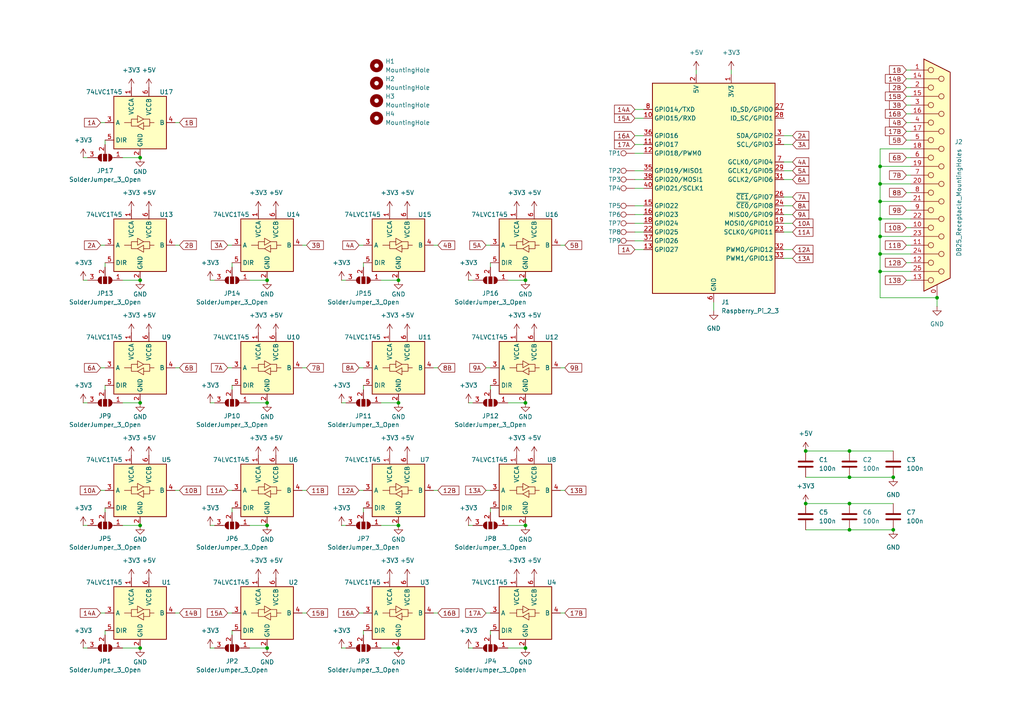
<source format=kicad_sch>
(kicad_sch (version 20231120) (generator "eeschema") (generator_version "8.0")
  (paper "A4")
  (junction (at 255.27 58.42))
  (junction (at 40.64 45.72))
  (junction (at 255.27 63.5))
  (junction (at 255.27 48.26))
  (junction (at 259.08 153.67))
  (junction (at 77.47 187.96))
  (junction (at 152.4 152.4))
  (junction (at 152.4 116.84))
  (junction (at 255.27 53.34))
  (junction (at 152.4 187.96))
  (junction (at 40.64 116.84))
  (junction (at 271.78 86.36))
  (junction (at 115.57 152.4))
  (junction (at 233.68 146.05))
  (junction (at 246.38 153.67))
  (junction (at 246.38 146.05))
  (junction (at 40.64 81.28))
  (junction (at 152.4 81.28))
  (junction (at 233.68 130.81))
  (junction (at 40.64 152.4))
  (junction (at 77.47 81.28))
  (junction (at 77.47 152.4))
  (junction (at 255.27 73.66))
  (junction (at 246.38 138.43))
  (junction (at 77.47 116.84))
  (junction (at 246.38 130.81))
  (junction (at 40.64 187.96))
  (junction (at 259.08 138.43))
  (junction (at 115.57 116.84))
  (junction (at 255.27 78.74))
  (junction (at 115.57 187.96))
  (junction (at 115.57 81.28))
  (junction (at 255.27 68.58))
  (wire (pts (xy 184.15 49.53) (xy 186.69 49.53)))
  (wire (pts (xy 262.89 81.28) (xy 264.16 81.28)))
  (wire (pts (xy 184.15 54.61) (xy 186.69 54.61)))
  (wire (pts (xy 147.32 81.28) (xy 152.4 81.28)))
  (wire (pts (xy 262.89 66.04) (xy 264.16 66.04)))
  (wire (pts (xy 135.89 187.96) (xy 137.16 187.96)))
  (wire (pts (xy 29.21 71.12) (xy 30.48 71.12)))
  (wire (pts (xy 184.15 39.37) (xy 186.69 39.37)))
  (wire (pts (xy 24.13 152.4) (xy 25.4 152.4)))
  (wire (pts (xy 105.41 182.88) (xy 105.41 184.15)))
  (wire (pts (xy 30.48 182.88) (xy 30.48 184.15)))
  (wire (pts (xy 35.56 116.84) (xy 40.64 116.84)))
  (wire (pts (xy 105.41 147.32) (xy 105.41 148.59)))
  (wire (pts (xy 262.89 20.32) (xy 264.16 20.32)))
  (wire (pts (xy 227.33 57.15) (xy 229.87 57.15)))
  (wire (pts (xy 255.27 53.34) (xy 264.16 53.34)))
  (wire (pts (xy 184.15 31.75) (xy 186.69 31.75)))
  (wire (pts (xy 67.31 182.88) (xy 67.31 184.15)))
  (wire (pts (xy 50.8 177.8) (xy 52.07 177.8)))
  (wire (pts (xy 30.48 40.64) (xy 30.48 41.91)))
  (wire (pts (xy 262.89 76.2) (xy 264.16 76.2)))
  (wire (pts (xy 110.49 152.4) (xy 115.57 152.4)))
  (wire (pts (xy 255.27 48.26) (xy 264.16 48.26)))
  (wire (pts (xy 29.21 106.68) (xy 30.48 106.68)))
  (wire (pts (xy 110.49 81.28) (xy 115.57 81.28)))
  (wire (pts (xy 255.27 43.18) (xy 264.16 43.18)))
  (wire (pts (xy 262.89 30.48) (xy 264.16 30.48)))
  (wire (pts (xy 255.27 43.18) (xy 255.27 48.26)))
  (wire (pts (xy 99.06 116.84) (xy 100.33 116.84)))
  (wire (pts (xy 110.49 187.96) (xy 115.57 187.96)))
  (wire (pts (xy 140.97 71.12) (xy 142.24 71.12)))
  (wire (pts (xy 24.13 116.84) (xy 25.4 116.84)))
  (wire (pts (xy 67.31 76.2) (xy 67.31 77.47)))
  (wire (pts (xy 207.01 87.63) (xy 207.01 90.17)))
  (wire (pts (xy 271.78 86.36) (xy 255.27 86.36)))
  (wire (pts (xy 233.68 130.81) (xy 246.38 130.81)))
  (wire (pts (xy 262.89 35.56) (xy 264.16 35.56)))
  (wire (pts (xy 184.15 64.77) (xy 186.69 64.77)))
  (wire (pts (xy 147.32 187.96) (xy 152.4 187.96)))
  (wire (pts (xy 135.89 81.28) (xy 137.16 81.28)))
  (wire (pts (xy 162.56 71.12) (xy 163.83 71.12)))
  (wire (pts (xy 142.24 182.88) (xy 142.24 184.15)))
  (wire (pts (xy 255.27 68.58) (xy 255.27 73.66)))
  (wire (pts (xy 227.33 72.39) (xy 229.87 72.39)))
  (wire (pts (xy 72.39 187.96) (xy 77.47 187.96)))
  (wire (pts (xy 246.38 138.43) (xy 259.08 138.43)))
  (wire (pts (xy 104.14 177.8) (xy 105.41 177.8)))
  (wire (pts (xy 99.06 187.96) (xy 100.33 187.96)))
  (wire (pts (xy 24.13 81.28) (xy 25.4 81.28)))
  (wire (pts (xy 135.89 116.84) (xy 137.16 116.84)))
  (wire (pts (xy 142.24 147.32) (xy 142.24 148.59)))
  (wire (pts (xy 227.33 49.53) (xy 229.87 49.53)))
  (wire (pts (xy 227.33 39.37) (xy 229.87 39.37)))
  (wire (pts (xy 255.27 53.34) (xy 255.27 58.42)))
  (wire (pts (xy 104.14 106.68) (xy 105.41 106.68)))
  (wire (pts (xy 246.38 130.81) (xy 259.08 130.81)))
  (wire (pts (xy 184.15 69.85) (xy 186.69 69.85)))
  (wire (pts (xy 262.89 45.72) (xy 264.16 45.72)))
  (wire (pts (xy 162.56 106.68) (xy 163.83 106.68)))
  (wire (pts (xy 72.39 81.28) (xy 77.47 81.28)))
  (wire (pts (xy 125.73 142.24) (xy 127 142.24)))
  (wire (pts (xy 50.8 71.12) (xy 52.07 71.12)))
  (wire (pts (xy 50.8 35.56) (xy 52.07 35.56)))
  (wire (pts (xy 184.15 72.39) (xy 186.69 72.39)))
  (wire (pts (xy 184.15 34.29) (xy 186.69 34.29)))
  (wire (pts (xy 142.24 76.2) (xy 142.24 77.47)))
  (wire (pts (xy 35.56 81.28) (xy 40.64 81.28)))
  (wire (pts (xy 262.89 38.1) (xy 264.16 38.1)))
  (wire (pts (xy 140.97 106.68) (xy 142.24 106.68)))
  (wire (pts (xy 262.89 25.4) (xy 264.16 25.4)))
  (wire (pts (xy 29.21 142.24) (xy 30.48 142.24)))
  (wire (pts (xy 87.63 71.12) (xy 88.9 71.12)))
  (wire (pts (xy 29.21 177.8) (xy 30.48 177.8)))
  (wire (pts (xy 66.04 142.24) (xy 67.31 142.24)))
  (wire (pts (xy 60.96 116.84) (xy 62.23 116.84)))
  (wire (pts (xy 60.96 152.4) (xy 62.23 152.4)))
  (wire (pts (xy 66.04 106.68) (xy 67.31 106.68)))
  (wire (pts (xy 110.49 116.84) (xy 115.57 116.84)))
  (wire (pts (xy 99.06 81.28) (xy 100.33 81.28)))
  (wire (pts (xy 147.32 152.4) (xy 152.4 152.4)))
  (wire (pts (xy 162.56 142.24) (xy 163.83 142.24)))
  (wire (pts (xy 184.15 41.91) (xy 186.69 41.91)))
  (wire (pts (xy 227.33 74.93) (xy 229.87 74.93)))
  (wire (pts (xy 255.27 48.26) (xy 255.27 53.34)))
  (wire (pts (xy 104.14 142.24) (xy 105.41 142.24)))
  (wire (pts (xy 142.24 111.76) (xy 142.24 113.03)))
  (wire (pts (xy 212.09 20.32) (xy 212.09 21.59)))
  (wire (pts (xy 255.27 58.42) (xy 255.27 63.5)))
  (wire (pts (xy 262.89 71.12) (xy 264.16 71.12)))
  (wire (pts (xy 227.33 67.31) (xy 229.87 67.31)))
  (wire (pts (xy 246.38 146.05) (xy 259.08 146.05)))
  (wire (pts (xy 227.33 41.91) (xy 229.87 41.91)))
  (wire (pts (xy 233.68 153.67) (xy 246.38 153.67)))
  (wire (pts (xy 104.14 71.12) (xy 105.41 71.12)))
  (wire (pts (xy 35.56 187.96) (xy 40.64 187.96)))
  (wire (pts (xy 255.27 63.5) (xy 264.16 63.5)))
  (wire (pts (xy 50.8 142.24) (xy 52.07 142.24)))
  (wire (pts (xy 262.89 50.8) (xy 264.16 50.8)))
  (wire (pts (xy 255.27 73.66) (xy 255.27 78.74)))
  (wire (pts (xy 147.32 116.84) (xy 152.4 116.84)))
  (wire (pts (xy 233.68 146.05) (xy 246.38 146.05)))
  (wire (pts (xy 227.33 52.07) (xy 229.87 52.07)))
  (wire (pts (xy 262.89 55.88) (xy 264.16 55.88)))
  (wire (pts (xy 140.97 142.24) (xy 142.24 142.24)))
  (wire (pts (xy 184.15 52.07) (xy 186.69 52.07)))
  (wire (pts (xy 135.89 152.4) (xy 137.16 152.4)))
  (wire (pts (xy 125.73 177.8) (xy 127 177.8)))
  (wire (pts (xy 125.73 71.12) (xy 127 71.12)))
  (wire (pts (xy 30.48 147.32) (xy 30.48 148.59)))
  (wire (pts (xy 50.8 106.68) (xy 52.07 106.68)))
  (wire (pts (xy 60.96 81.28) (xy 62.23 81.28)))
  (wire (pts (xy 184.15 59.69) (xy 186.69 59.69)))
  (wire (pts (xy 227.33 62.23) (xy 229.87 62.23)))
  (wire (pts (xy 87.63 177.8) (xy 88.9 177.8)))
  (wire (pts (xy 255.27 73.66) (xy 264.16 73.66)))
  (wire (pts (xy 72.39 152.4) (xy 77.47 152.4)))
  (wire (pts (xy 24.13 187.96) (xy 25.4 187.96)))
  (wire (pts (xy 184.15 62.23) (xy 186.69 62.23)))
  (wire (pts (xy 262.89 40.64) (xy 264.16 40.64)))
  (wire (pts (xy 227.33 59.69) (xy 229.87 59.69)))
  (wire (pts (xy 29.21 35.56) (xy 30.48 35.56)))
  (wire (pts (xy 255.27 68.58) (xy 264.16 68.58)))
  (wire (pts (xy 72.39 116.84) (xy 77.47 116.84)))
  (wire (pts (xy 255.27 78.74) (xy 255.27 86.36)))
  (wire (pts (xy 271.78 86.36) (xy 271.78 88.9)))
  (wire (pts (xy 262.89 60.96) (xy 264.16 60.96)))
  (wire (pts (xy 30.48 76.2) (xy 30.48 77.47)))
  (wire (pts (xy 99.06 152.4) (xy 100.33 152.4)))
  (wire (pts (xy 227.33 46.99) (xy 229.87 46.99)))
  (wire (pts (xy 87.63 142.24) (xy 88.9 142.24)))
  (wire (pts (xy 184.15 44.45) (xy 186.69 44.45)))
  (wire (pts (xy 140.97 177.8) (xy 142.24 177.8)))
  (wire (pts (xy 262.89 22.86) (xy 264.16 22.86)))
  (wire (pts (xy 227.33 64.77) (xy 229.87 64.77)))
  (wire (pts (xy 246.38 153.67) (xy 259.08 153.67)))
  (wire (pts (xy 87.63 106.68) (xy 88.9 106.68)))
  (wire (pts (xy 66.04 71.12) (xy 67.31 71.12)))
  (wire (pts (xy 35.56 45.72) (xy 40.64 45.72)))
  (wire (pts (xy 255.27 78.74) (xy 264.16 78.74)))
  (wire (pts (xy 66.04 177.8) (xy 67.31 177.8)))
  (wire (pts (xy 184.15 67.31) (xy 186.69 67.31)))
  (wire (pts (xy 105.41 76.2) (xy 105.41 77.47)))
  (wire (pts (xy 262.89 27.94) (xy 264.16 27.94)))
  (wire (pts (xy 67.31 111.76) (xy 67.31 113.03)))
  (wire (pts (xy 262.89 33.02) (xy 264.16 33.02)))
  (wire (pts (xy 201.93 20.32) (xy 201.93 21.59)))
  (wire (pts (xy 255.27 63.5) (xy 255.27 68.58)))
  (wire (pts (xy 125.73 106.68) (xy 127 106.68)))
  (wire (pts (xy 233.68 138.43) (xy 246.38 138.43)))
  (wire (pts (xy 60.96 187.96) (xy 62.23 187.96)))
  (wire (pts (xy 255.27 58.42) (xy 264.16 58.42)))
  (wire (pts (xy 24.13 45.72) (xy 25.4 45.72)))
  (wire (pts (xy 105.41 111.76) (xy 105.41 113.03)))
  (wire (pts (xy 162.56 177.8) (xy 163.83 177.8)))
  (wire (pts (xy 67.31 147.32) (xy 67.31 148.59)))
  (wire (pts (xy 35.56 152.4) (xy 40.64 152.4)))
  (wire (pts (xy 30.48 111.76) (xy 30.48 113.03)))
  (global_label "14B" (shape input) (at 262.89 22.86 180) (property "Intersheetrefs" "${INTERSHEET_REFS}" (effects (hide yes))))
  (global_label "7A" (shape input) (at 66.04 106.68 180) (property "Intersheetrefs" "${INTERSHEET_REFS}" (effects (hide yes))))
  (global_label "2A" (shape input) (at 29.21 71.12 180) (property "Intersheetrefs" "${INTERSHEET_REFS}" (effects (hide yes))))
  (global_label "2B" (shape input) (at 52.07 71.12 0) (property "Intersheetrefs" "${INTERSHEET_REFS}" (effects (hide yes))))
  (global_label "1B" (shape input) (at 262.89 20.32 180) (property "Intersheetrefs" "${INTERSHEET_REFS}" (effects (hide yes))))
  (global_label "14A" (shape input) (at 184.15 31.75 180) (property "Intersheetrefs" "${INTERSHEET_REFS}" (effects (hide yes))))
  (global_label "8A" (shape input) (at 229.87 59.69 0) (property "Intersheetrefs" "${INTERSHEET_REFS}" (effects (hide yes))))
  (global_label "14B" (shape input) (at 52.07 177.8 0) (property "Intersheetrefs" "${INTERSHEET_REFS}" (effects (hide yes))))
  (global_label "11B" (shape input) (at 262.89 71.12 180) (property "Intersheetrefs" "${INTERSHEET_REFS}" (effects (hide yes))))
  (global_label "5B" (shape input) (at 262.89 40.64 180) (property "Intersheetrefs" "${INTERSHEET_REFS}" (effects (hide yes))))
  (global_label "1B" (shape input) (at 52.07 35.56 0) (property "Intersheetrefs" "${INTERSHEET_REFS}" (effects (hide yes))))
  (global_label "9B" (shape input) (at 163.83 106.68 0) (property "Intersheetrefs" "${INTERSHEET_REFS}" (effects (hide yes))))
  (global_label "7B" (shape input) (at 262.89 50.8 180) (property "Intersheetrefs" "${INTERSHEET_REFS}" (effects (hide yes))))
  (global_label "11A" (shape input) (at 66.04 142.24 180) (property "Intersheetrefs" "${INTERSHEET_REFS}" (effects (hide yes))))
  (global_label "1A" (shape input) (at 184.15 72.39 180) (property "Intersheetrefs" "${INTERSHEET_REFS}" (effects (hide yes))))
  (global_label "4B" (shape input) (at 262.89 35.56 180) (property "Intersheetrefs" "${INTERSHEET_REFS}" (effects (hide yes))))
  (global_label "3B" (shape input) (at 88.9 71.12 0) (property "Intersheetrefs" "${INTERSHEET_REFS}" (effects (hide yes))))
  (global_label "7B" (shape input) (at 88.9 106.68 0) (property "Intersheetrefs" "${INTERSHEET_REFS}" (effects (hide yes))))
  (global_label "10A" (shape input) (at 229.87 64.77 0) (property "Intersheetrefs" "${INTERSHEET_REFS}" (effects (hide yes))))
  (global_label "9A" (shape input) (at 140.97 106.68 180) (property "Intersheetrefs" "${INTERSHEET_REFS}" (effects (hide yes))))
  (global_label "17B" (shape input) (at 262.89 38.1 180) (property "Intersheetrefs" "${INTERSHEET_REFS}" (effects (hide yes))))
  (global_label "6A" (shape input) (at 229.87 52.07 0) (property "Intersheetrefs" "${INTERSHEET_REFS}" (effects (hide yes))))
  (global_label "8B" (shape input) (at 127 106.68 0) (property "Intersheetrefs" "${INTERSHEET_REFS}" (effects (hide yes))))
  (global_label "15B" (shape input) (at 262.89 27.94 180) (property "Intersheetrefs" "${INTERSHEET_REFS}" (effects (hide yes))))
  (global_label "16B" (shape input) (at 262.89 33.02 180) (property "Intersheetrefs" "${INTERSHEET_REFS}" (effects (hide yes))))
  (global_label "11A" (shape input) (at 229.87 67.31 0) (property "Intersheetrefs" "${INTERSHEET_REFS}" (effects (hide yes))))
  (global_label "12B" (shape input) (at 262.89 76.2 180) (property "Intersheetrefs" "${INTERSHEET_REFS}" (effects (hide yes))))
  (global_label "4A" (shape input) (at 229.87 46.99 0) (property "Intersheetrefs" "${INTERSHEET_REFS}" (effects (hide yes))))
  (global_label "10A" (shape input) (at 29.21 142.24 180) (property "Intersheetrefs" "${INTERSHEET_REFS}" (effects (hide yes))))
  (global_label "10B" (shape input) (at 52.07 142.24 0) (property "Intersheetrefs" "${INTERSHEET_REFS}" (effects (hide yes))))
  (global_label "13A" (shape input) (at 229.87 74.93 0) (property "Intersheetrefs" "${INTERSHEET_REFS}" (effects (hide yes))))
  (global_label "10B" (shape input) (at 262.89 66.04 180) (property "Intersheetrefs" "${INTERSHEET_REFS}" (effects (hide yes))))
  (global_label "15A" (shape input) (at 66.04 177.8 180) (property "Intersheetrefs" "${INTERSHEET_REFS}" (effects (hide yes))))
  (global_label "17A" (shape input) (at 140.97 177.8 180) (property "Intersheetrefs" "${INTERSHEET_REFS}" (effects (hide yes))))
  (global_label "3A" (shape input) (at 66.04 71.12 180) (property "Intersheetrefs" "${INTERSHEET_REFS}" (effects (hide yes))))
  (global_label "9B" (shape input) (at 262.89 60.96 180) (property "Intersheetrefs" "${INTERSHEET_REFS}" (effects (hide yes))))
  (global_label "5A" (shape input) (at 229.87 49.53 0) (property "Intersheetrefs" "${INTERSHEET_REFS}" (effects (hide yes))))
  (global_label "5B" (shape input) (at 163.83 71.12 0) (property "Intersheetrefs" "${INTERSHEET_REFS}" (effects (hide yes))))
  (global_label "16B" (shape input) (at 127 177.8 0) (property "Intersheetrefs" "${INTERSHEET_REFS}" (effects (hide yes))))
  (global_label "11B" (shape input) (at 88.9 142.24 0) (property "Intersheetrefs" "${INTERSHEET_REFS}" (effects (hide yes))))
  (global_label "13B" (shape input) (at 163.83 142.24 0) (property "Intersheetrefs" "${INTERSHEET_REFS}" (effects (hide yes))))
  (global_label "15A" (shape input) (at 184.15 34.29 180) (property "Intersheetrefs" "${INTERSHEET_REFS}" (effects (hide yes))))
  (global_label "3B" (shape input) (at 262.89 30.48 180) (property "Intersheetrefs" "${INTERSHEET_REFS}" (effects (hide yes))))
  (global_label "4B" (shape input) (at 127 71.12 0) (property "Intersheetrefs" "${INTERSHEET_REFS}" (effects (hide yes))))
  (global_label "17B" (shape input) (at 163.83 177.8 0) (property "Intersheetrefs" "${INTERSHEET_REFS}" (effects (hide yes))))
  (global_label "6B" (shape input) (at 262.89 45.72 180) (property "Intersheetrefs" "${INTERSHEET_REFS}" (effects (hide yes))))
  (global_label "7A" (shape input) (at 229.87 57.15 0) (property "Intersheetrefs" "${INTERSHEET_REFS}" (effects (hide yes))))
  (global_label "13A" (shape input) (at 140.97 142.24 180) (property "Intersheetrefs" "${INTERSHEET_REFS}" (effects (hide yes))))
  (global_label "6B" (shape input) (at 52.07 106.68 0) (property "Intersheetrefs" "${INTERSHEET_REFS}" (effects (hide yes))))
  (global_label "2B" (shape input) (at 262.89 25.4 180) (property "Intersheetrefs" "${INTERSHEET_REFS}" (effects (hide yes))))
  (global_label "16A" (shape input) (at 184.15 39.37 180) (property "Intersheetrefs" "${INTERSHEET_REFS}" (effects (hide yes))))
  (global_label "8B" (shape input) (at 262.89 55.88 180) (property "Intersheetrefs" "${INTERSHEET_REFS}" (effects (hide yes))))
  (global_label "14A" (shape input) (at 29.21 177.8 180) (property "Intersheetrefs" "${INTERSHEET_REFS}" (effects (hide yes))))
  (global_label "16A" (shape input) (at 104.14 177.8 180) (property "Intersheetrefs" "${INTERSHEET_REFS}" (effects (hide yes))))
  (global_label "13B" (shape input) (at 262.89 81.28 180) (property "Intersheetrefs" "${INTERSHEET_REFS}" (effects (hide yes))))
  (global_label "3A" (shape input) (at 229.87 41.91 0) (property "Intersheetrefs" "${INTERSHEET_REFS}" (effects (hide yes))))
  (global_label "9A" (shape input) (at 229.87 62.23 0) (property "Intersheetrefs" "${INTERSHEET_REFS}" (effects (hide yes))))
  (global_label "12B" (shape input) (at 127 142.24 0) (property "Intersheetrefs" "${INTERSHEET_REFS}" (effects (hide yes))))
  (global_label "1A" (shape input) (at 29.21 35.56 180) (property "Intersheetrefs" "${INTERSHEET_REFS}" (effects (hide yes))))
  (global_label "8A" (shape input) (at 104.14 106.68 180) (property "Intersheetrefs" "${INTERSHEET_REFS}" (effects (hide yes))))
  (global_label "2A" (shape input) (at 229.87 39.37 0) (property "Intersheetrefs" "${INTERSHEET_REFS}" (effects (hide yes))))
  (global_label "6A" (shape input) (at 29.21 106.68 180) (property "Intersheetrefs" "${INTERSHEET_REFS}" (effects (hide yes))))
  (global_label "5A" (shape input) (at 140.97 71.12 180) (property "Intersheetrefs" "${INTERSHEET_REFS}" (effects (hide yes))))
  (global_label "15B" (shape input) (at 88.9 177.8 0) (property "Intersheetrefs" "${INTERSHEET_REFS}" (effects (hide yes))))
  (global_label "4A" (shape input) (at 104.14 71.12 180) (property "Intersheetrefs" "${INTERSHEET_REFS}" (effects (hide yes))))
  (global_label "12A" (shape input) (at 104.14 142.24 180) (property "Intersheetrefs" "${INTERSHEET_REFS}" (effects (hide yes))))
  (global_label "12A" (shape input) (at 229.87 72.39 0) (property "Intersheetrefs" "${INTERSHEET_REFS}" (effects (hide yes))))
  (global_label "17A" (shape input) (at 184.15 41.91 180) (property "Intersheetrefs" "${INTERSHEET_REFS}" (effects (hide yes))))
  (symbol (lib_id "Connector:TestPoint") (at 184.15 67.31 90) (unit 1)
    (property "Reference" "TP8" (at 178.308 67.31 90))
    (property "Value" "TestPoint" (effects (hide yes)))
    (property "Footprint" "TestPoint:TestPoint_Pad_1.5x1.5mm" (effects (hide yes)))
    (property "Description" "test point" (effects (hide yes)))
  )
  (symbol (lib_id "power:+3V3") (at 233.68 146.05 0) (unit 1)
    (property "Reference" "#PWR076" (effects (hide yes)))
    (property "Value" "+3V3" (at 233.68 140.97 0))
    (property "Description" "Power symbol creates a global label with name \"+3V3\"" (effects (hide yes)))
  )
  (symbol (lib_id "power:+3V3") (at 135.89 152.4 0) (unit 1)
    (property "Reference" "#PWR033" (effects (hide yes)))
    (property "Value" "+3V3" (at 135.89 147.32 0))
    (property "Description" "Power symbol creates a global label with name \"+3V3\"" (effects (hide yes)))
  )
  (symbol (lib_id "power:+5V") (at 80.01 96.52 0) (unit 1)
    (property "Reference" "#PWR044" (effects (hide yes)))
    (property "Value" "+5V" (at 80.01 91.44 0))
    (property "Description" "Power symbol creates a global label with name \"+5V\"" (effects (hide yes)))
  )
  (symbol (lib_id "power:+3V3") (at 113.03 167.64 0) (unit 1)
    (property "Reference" "#PWR014" (effects (hide yes)))
    (property "Value" "+3V3" (at 113.03 162.56 0))
    (property "Description" "Power symbol creates a global label with name \"+3V3\"" (effects (hide yes)))
  )
  (symbol (lib_id "power:+3V3") (at 99.06 187.96 0) (unit 1)
    (property "Reference" "#PWR013" (effects (hide yes)))
    (property "Value" "+3V3" (at 99.06 182.88 0))
    (property "Description" "Power symbol creates a global label with name \"+3V3\"" (effects (hide yes)))
  )
  (symbol (lib_id "Logic_LevelTranslator:SN74LVC1T45DBV") (at 40.64 35.56 0) (unit 1)
    (property "Reference" "U17" (at 48.26 26.67 0))
    (property "Value" "74LVC1T45" (at 30.226 26.67 0))
    (property "Footprint" "Package_TO_SOT_SMD:SOT-23-6" (effects (hide yes)))
    (property "Datasheet" "https://www.diodes.com/assets/Datasheets/74LVC1T45.pdf" (effects (hide yes)))
    (property "Description" "Single-Bit Dual-Supply Bus Transceiver With Configurable Voltage Translation and 3-State Outputs, SOT-23-6" (effects (hide yes)))
    (property "DIGIKEY" "74LVC1T45W6-7" (effects (hide yes)))
  )
  (symbol (lib_id "power:+5V") (at 154.94 60.96 0) (unit 1)
    (property "Reference" "#PWR068" (effects (hide yes)))
    (property "Value" "+5V" (at 154.94 55.88 0))
    (property "Description" "Power symbol creates a global label with name \"+5V\"" (effects (hide yes)))
  )
  (symbol (lib_id "Logic_LevelTranslator:SN74LVC1T45DBV") (at 152.4 177.8 0) (unit 1)
    (property "Reference" "U4" (at 160.02 168.91 0))
    (property "Value" "74LVC1T45" (at 141.986 168.91 0))
    (property "Footprint" "Package_TO_SOT_SMD:SOT-23-6" (effects (hide yes)))
    (property "Datasheet" "https://www.diodes.com/assets/Datasheets/74LVC1T45.pdf" (effects (hide yes)))
    (property "Description" "Single-Bit Dual-Supply Bus Transceiver With Configurable Voltage Translation and 3-State Outputs, SOT-23-6" (effects (hide yes)))
    (property "DIGIKEY" "74LVC1T45W6-7" (effects (hide yes)))
  )
  (symbol (lib_id "Logic_LevelTranslator:SN74LVC1T45DBV") (at 115.57 142.24 0) (unit 1)
    (property "Reference" "U7" (at 123.19 133.35 0))
    (property "Value" "74LVC1T45" (at 105.156 133.35 0))
    (property "Footprint" "Package_TO_SOT_SMD:SOT-23-6" (effects (hide yes)))
    (property "Datasheet" "https://www.diodes.com/assets/Datasheets/74LVC1T45.pdf" (effects (hide yes)))
    (property "Description" "Single-Bit Dual-Supply Bus Transceiver With Configurable Voltage Translation and 3-State Outputs, SOT-23-6" (effects (hide yes)))
    (property "DIGIKEY" "74LVC1T45W6-7" (effects (hide yes)))
  )
  (symbol (lib_id "power:GND") (at 271.78 88.9 0) (unit 1)
    (property "Reference" "#PWR04" (effects (hide yes)))
    (property "Value" "GND" (at 271.78 93.98 0))
    (property "Description" "Power symbol creates a global label with name \"GND\" , ground" (effects (hide yes)))
  )
  (symbol (lib_id "Logic_LevelTranslator:SN74LVC1T45DBV") (at 40.64 106.68 0) (unit 1)
    (property "Reference" "U9" (at 48.26 97.79 0))
    (property "Value" "74LVC1T45" (at 30.226 97.79 0))
    (property "Footprint" "Package_TO_SOT_SMD:SOT-23-6" (effects (hide yes)))
    (property "Datasheet" "https://www.diodes.com/assets/Datasheets/74LVC1T45.pdf" (effects (hide yes)))
    (property "Description" "Single-Bit Dual-Supply Bus Transceiver With Configurable Voltage Translation and 3-State Outputs, SOT-23-6" (effects (hide yes)))
    (property "DIGIKEY" "74LVC1T45W6-7" (effects (hide yes)))
  )
  (symbol (lib_id "power:+3V3") (at 99.06 152.4 0) (unit 1)
    (property "Reference" "#PWR029" (effects (hide yes)))
    (property "Value" "+3V3" (at 99.06 147.32 0))
    (property "Description" "Power symbol creates a global label with name \"+3V3\"" (effects (hide yes)))
  )
  (symbol (lib_id "Connector:TestPoint") (at 184.15 44.45 90) (unit 1)
    (property "Reference" "TP1" (at 178.308 44.45 90))
    (property "Value" "TestPoint" (effects (hide yes)))
    (property "Footprint" "TestPoint:TestPoint_Pad_1.5x1.5mm" (effects (hide yes)))
    (property "Description" "test point" (effects (hide yes)))
  )
  (symbol (lib_id "power:GND") (at 259.08 138.43 0) (unit 1)
    (property "Reference" "#PWR073" (effects (hide yes)))
    (property "Value" "GND" (at 259.08 143.51 0))
    (property "Description" "Power symbol creates a global label with name \"GND\" , ground" (effects (hide yes)))
  )
  (symbol (lib_id "power:GND") (at 152.4 187.96 0) (unit 1)
    (property "Reference" "#PWR019" (effects (hide yes)))
    (property "Value" "GND" (at 152.4 192.024 0))
    (property "Description" "Power symbol creates a global label with name \"GND\" , ground" (effects (hide yes)))
  )
  (symbol (lib_id "power:+5V") (at 233.68 130.81 0) (unit 1)
    (property "Reference" "#PWR075" (effects (hide yes)))
    (property "Value" "+5V" (at 233.68 125.73 0))
    (property "Description" "Power symbol creates a global label with name \"+5V\"" (effects (hide yes)))
  )
  (symbol (lib_id "Jumper:SolderJumper_3_Open") (at 30.48 81.28 180) (unit 1) (exclude_from_sim yes) (in_bom no)
    (property "Reference" "JP13" (at 30.48 85.09 0))
    (property "Value" "SolderJumper_3_Open" (at 30.48 87.63 0))
    (property "Footprint" "Jumper:SolderJumper-3_P2.0mm_Open_TrianglePad1.0x1.5mm_NumberLabels" (effects (hide yes)))
    (property "Description" "Solder Jumper, 3-pole, open" (effects (hide yes)))
  )
  (symbol (lib_id "power:GND") (at 77.47 152.4 0) (unit 1)
    (property "Reference" "#PWR027" (effects (hide yes)))
    (property "Value" "GND" (at 77.47 156.464 0))
    (property "Description" "Power symbol creates a global label with name \"GND\" , ground" (effects (hide yes)))
  )
  (symbol (lib_id "power:GND") (at 152.4 116.84 0) (unit 1)
    (property "Reference" "#PWR051" (effects (hide yes)))
    (property "Value" "GND" (at 152.4 120.904 0))
    (property "Description" "Power symbol creates a global label with name \"GND\" , ground" (effects (hide yes)))
  )
  (symbol (lib_id "power:+3V3") (at 60.96 116.84 0) (unit 1)
    (property "Reference" "#PWR041" (effects (hide yes)))
    (property "Value" "+3V3" (at 60.96 111.76 0))
    (property "Description" "Power symbol creates a global label with name \"+3V3\"" (effects (hide yes)))
  )
  (symbol (lib_id "power:GND") (at 152.4 81.28 0) (unit 1)
    (property "Reference" "#PWR067" (effects (hide yes)))
    (property "Value" "GND" (at 152.4 85.344 0))
    (property "Description" "Power symbol creates a global label with name \"GND\" , ground" (effects (hide yes)))
  )
  (symbol (lib_id "power:+5V") (at 43.18 167.64 0) (unit 1)
    (property "Reference" "#PWR06" (effects (hide yes)))
    (property "Value" "+5V" (at 43.18 162.56 0))
    (property "Description" "Power symbol creates a global label with name \"+5V\"" (effects (hide yes)))
  )
  (symbol (lib_id "Connector:TestPoint") (at 184.15 59.69 90) (unit 1)
    (property "Reference" "TP5" (at 178.308 59.69 90))
    (property "Value" "TestPoint" (effects (hide yes)))
    (property "Footprint" "TestPoint:TestPoint_Pad_1.5x1.5mm" (effects (hide yes)))
    (property "Description" "test point" (effects (hide yes)))
  )
  (symbol (lib_id "Logic_LevelTranslator:SN74LVC1T45DBV") (at 115.57 106.68 0) (unit 1)
    (property "Reference" "U11" (at 123.19 97.79 0))
    (property "Value" "74LVC1T45" (at 105.156 97.79 0))
    (property "Footprint" "Package_TO_SOT_SMD:SOT-23-6" (effects (hide yes)))
    (property "Datasheet" "https://www.diodes.com/assets/Datasheets/74LVC1T45.pdf" (effects (hide yes)))
    (property "Description" "Single-Bit Dual-Supply Bus Transceiver With Configurable Voltage Translation and 3-State Outputs, SOT-23-6" (effects (hide yes)))
    (property "DIGIKEY" "74LVC1T45W6-7" (effects (hide yes)))
  )
  (symbol (lib_id "power:GND") (at 40.64 81.28 0) (unit 1)
    (property "Reference" "#PWR055" (effects (hide yes)))
    (property "Value" "GND" (at 40.64 85.344 0))
    (property "Description" "Power symbol creates a global label with name \"GND\" , ground" (effects (hide yes)))
  )
  (symbol (lib_id "power:+3V3") (at 24.13 81.28 0) (unit 1)
    (property "Reference" "#PWR053" (effects (hide yes)))
    (property "Value" "+3V3" (at 24.13 76.2 0))
    (property "Description" "Power symbol creates a global label with name \"+3V3\"" (effects (hide yes)))
  )
  (symbol (lib_id "power:+5V") (at 118.11 167.64 0) (unit 1)
    (property "Reference" "#PWR016" (effects (hide yes)))
    (property "Value" "+5V" (at 118.11 162.56 0))
    (property "Description" "Power symbol creates a global label with name \"+5V\"" (effects (hide yes)))
  )
  (symbol (lib_id "power:+3V3") (at 60.96 187.96 0) (unit 1)
    (property "Reference" "#PWR09" (effects (hide yes)))
    (property "Value" "+3V3" (at 60.96 182.88 0))
    (property "Description" "Power symbol creates a global label with name \"+3V3\"" (effects (hide yes)))
  )
  (symbol (lib_id "Connector:TestPoint") (at 184.15 62.23 90) (unit 1)
    (property "Reference" "TP6" (at 178.308 62.23 90))
    (property "Value" "TestPoint" (effects (hide yes)))
    (property "Footprint" "TestPoint:TestPoint_Pad_1.5x1.5mm" (effects (hide yes)))
    (property "Description" "test point" (effects (hide yes)))
  )
  (symbol (lib_id "power:+5V") (at 43.18 132.08 0) (unit 1)
    (property "Reference" "#PWR024" (effects (hide yes)))
    (property "Value" "+5V" (at 43.18 127 0))
    (property "Description" "Power symbol creates a global label with name \"+5V\"" (effects (hide yes)))
  )
  (symbol (lib_id "power:+5V") (at 118.11 96.52 0) (unit 1)
    (property "Reference" "#PWR048" (effects (hide yes)))
    (property "Value" "+5V" (at 118.11 91.44 0))
    (property "Description" "Power symbol creates a global label with name \"+5V\"" (effects (hide yes)))
  )
  (symbol (lib_id "power:+5V") (at 118.11 132.08 0) (unit 1)
    (property "Reference" "#PWR032" (effects (hide yes)))
    (property "Value" "+5V" (at 118.11 127 0))
    (property "Description" "Power symbol creates a global label with name \"+5V\"" (effects (hide yes)))
  )
  (symbol (lib_id "power:+3V3") (at 38.1 132.08 0) (unit 1)
    (property "Reference" "#PWR022" (effects (hide yes)))
    (property "Value" "+3V3" (at 38.1 127 0))
    (property "Description" "Power symbol creates a global label with name \"+3V3\"" (effects (hide yes)))
  )
  (symbol (lib_id "power:+3V3") (at 149.86 167.64 0) (unit 1)
    (property "Reference" "#PWR018" (effects (hide yes)))
    (property "Value" "+3V3" (at 149.86 162.56 0))
    (property "Description" "Power symbol creates a global label with name \"+3V3\"" (effects (hide yes)))
  )
  (symbol (lib_id "power:+3V3") (at 24.13 187.96 0) (unit 1)
    (property "Reference" "#PWR08" (effects (hide yes)))
    (property "Value" "+3V3" (at 24.13 182.88 0))
    (property "Description" "Power symbol creates a global label with name \"+3V3\"" (effects (hide yes)))
  )
  (symbol (lib_id "power:+3V3") (at 99.06 116.84 0) (unit 1)
    (property "Reference" "#PWR045" (effects (hide yes)))
    (property "Value" "+3V3" (at 99.06 111.76 0))
    (property "Description" "Power symbol creates a global label with name \"+3V3\"" (effects (hide yes)))
  )
  (symbol (lib_id "power:+5V") (at 43.18 60.96 0) (unit 1)
    (property "Reference" "#PWR056" (effects (hide yes)))
    (property "Value" "+5V" (at 43.18 55.88 0))
    (property "Description" "Power symbol creates a global label with name \"+5V\"" (effects (hide yes)))
  )
  (symbol (lib_id "power:+3V3") (at 38.1 60.96 0) (unit 1)
    (property "Reference" "#PWR054" (effects (hide yes)))
    (property "Value" "+3V3" (at 38.1 55.88 0))
    (property "Description" "Power symbol creates a global label with name \"+3V3\"" (effects (hide yes)))
  )
  (symbol (lib_id "Jumper:SolderJumper_3_Open") (at 142.24 81.28 180) (unit 1) (exclude_from_sim yes) (in_bom no)
    (property "Reference" "JP16" (at 142.24 85.09 0))
    (property "Value" "SolderJumper_3_Open" (at 142.24 87.63 0))
    (property "Footprint" "Jumper:SolderJumper-3_P2.0mm_Open_TrianglePad1.0x1.5mm_NumberLabels" (effects (hide yes)))
    (property "Description" "Solder Jumper, 3-pole, open" (effects (hide yes)))
  )
  (symbol (lib_id "Logic_LevelTranslator:SN74LVC1T45DBV") (at 40.64 177.8 0) (unit 1)
    (property "Reference" "U1" (at 48.26 168.91 0))
    (property "Value" "74LVC1T45" (at 30.226 168.91 0))
    (property "Footprint" "Package_TO_SOT_SMD:SOT-23-6" (effects (hide yes)))
    (property "Datasheet" "https://www.diodes.com/assets/Datasheets/74LVC1T45.pdf" (effects (hide yes)))
    (property "Description" "Single-Bit Dual-Supply Bus Transceiver With Configurable Voltage Translation and 3-State Outputs, SOT-23-6" (effects (hide yes)))
    (property "DIGIKEY" "74LVC1T45W6-7" (effects (hide yes)))
  )
  (symbol (lib_id "Connector:Raspberry_Pi_2_3") (at 207.01 54.61 0) (unit 1)
    (property "Reference" "J1" (at 209.2041 87.63 0) (effects (justify left)))
    (property "Value" "Raspberry_Pi_2_3" (at 209.2041 90.17 0) (effects (justify left)))
    (property "Footprint" "Connector_PinSocket_2.54mm:PinSocket_2x20_P2.54mm_Vertical" (effects (hide yes)))
    (property "Datasheet" "https://www.raspberrypi.org/documentation/hardware/raspberrypi/schematics/rpi_SCH_3bplus_1p0_reduced.pdf" (effects (hide yes)))
    (property "Description" "expansion header for Raspberry Pi 2 & 3" (effects (hide yes)))
  )
  (symbol (lib_id "power:+5V") (at 118.11 60.96 0) (unit 1)
    (property "Reference" "#PWR064" (effects (hide yes)))
    (property "Value" "+5V" (at 118.11 55.88 0))
    (property "Description" "Power symbol creates a global label with name \"+5V\"" (effects (hide yes)))
  )
  (symbol (lib_id "power:GND") (at 77.47 81.28 0) (unit 1)
    (property "Reference" "#PWR059" (effects (hide yes)))
    (property "Value" "GND" (at 77.47 85.344 0))
    (property "Description" "Power symbol creates a global label with name \"GND\" , ground" (effects (hide yes)))
  )
  (symbol (lib_id "Device:C") (at 233.68 134.62 0) (unit 1)
    (property "Reference" "C1" (at 237.49 133.3499 0) (effects (justify left)))
    (property "Value" "100n" (at 237.49 135.8899 0) (effects (justify left)))
    (property "Footprint" "Capacitor_SMD:C_1206_3216Metric_Pad1.33x1.80mm_HandSolder" (effects (hide yes)))
    (property "Description" "Unpolarized capacitor" (effects (hide yes)))
  )
  (symbol (lib_id "Device:C") (at 246.38 149.86 0) (unit 1)
    (property "Reference" "C6" (at 250.19 148.5899 0) (effects (justify left)))
    (property "Value" "100n" (at 250.19 151.1299 0) (effects (justify left)))
    (property "Footprint" "Capacitor_SMD:C_1206_3216Metric_Pad1.33x1.80mm_HandSolder" (effects (hide yes)))
    (property "Description" "Unpolarized capacitor" (effects (hide yes)))
  )
  (symbol (lib_id "power:+3V3") (at 24.13 116.84 0) (unit 1)
    (property "Reference" "#PWR037" (effects (hide yes)))
    (property "Value" "+3V3" (at 24.13 111.76 0))
    (property "Description" "Power symbol creates a global label with name \"+3V3\"" (effects (hide yes)))
  )
  (symbol (lib_id "power:+3V3") (at 38.1 25.4 0) (unit 1)
    (property "Reference" "#PWR070" (effects (hide yes)))
    (property "Value" "+3V3" (at 38.1 20.32 0))
    (property "Description" "Power symbol creates a global label with name \"+3V3\"" (effects (hide yes)))
  )
  (symbol (lib_id "power:+5V") (at 154.94 167.64 0) (unit 1)
    (property "Reference" "#PWR020" (effects (hide yes)))
    (property "Value" "+5V" (at 154.94 162.56 0))
    (property "Description" "Power symbol creates a global label with name \"+5V\"" (effects (hide yes)))
  )
  (symbol (lib_id "power:+3V3") (at 38.1 96.52 0) (unit 1)
    (property "Reference" "#PWR038" (effects (hide yes)))
    (property "Value" "+3V3" (at 38.1 91.44 0))
    (property "Description" "Power symbol creates a global label with name \"+3V3\"" (effects (hide yes)))
  )
  (symbol (lib_id "power:+3V3") (at 38.1 167.64 0) (unit 1)
    (property "Reference" "#PWR05" (effects (hide yes)))
    (property "Value" "+3V3" (at 38.1 162.56 0))
    (property "Description" "Power symbol creates a global label with name \"+3V3\"" (effects (hide yes)))
  )
  (symbol (lib_id "power:GND") (at 40.64 116.84 0) (unit 1)
    (property "Reference" "#PWR039" (effects (hide yes)))
    (property "Value" "GND" (at 40.64 120.904 0))
    (property "Description" "Power symbol creates a global label with name \"GND\" , ground" (effects (hide yes)))
  )
  (symbol (lib_id "Jumper:SolderJumper_3_Open") (at 30.48 152.4 180) (unit 1) (exclude_from_sim yes) (in_bom no)
    (property "Reference" "JP5" (at 30.48 156.21 0))
    (property "Value" "SolderJumper_3_Open" (at 30.48 158.75 0))
    (property "Footprint" "Jumper:SolderJumper-3_P2.0mm_Open_TrianglePad1.0x1.5mm_NumberLabels" (effects (hide yes)))
    (property "Description" "Solder Jumper, 3-pole, open" (effects (hide yes)))
  )
  (symbol (lib_id "power:GND") (at 115.57 81.28 0) (unit 1)
    (property "Reference" "#PWR063" (effects (hide yes)))
    (property "Value" "GND" (at 115.57 85.344 0))
    (property "Description" "Power symbol creates a global label with name \"GND\" , ground" (effects (hide yes)))
  )
  (symbol (lib_id "Jumper:SolderJumper_3_Open") (at 67.31 81.28 180) (unit 1) (exclude_from_sim yes) (in_bom no)
    (property "Reference" "JP14" (at 67.31 85.09 0))
    (property "Value" "SolderJumper_3_Open" (at 67.31 87.63 0))
    (property "Footprint" "Jumper:SolderJumper-3_P2.0mm_Open_TrianglePad1.0x1.5mm_NumberLabels" (effects (hide yes)))
    (property "Description" "Solder Jumper, 3-pole, open" (effects (hide yes)))
  )
  (symbol (lib_id "Logic_LevelTranslator:SN74LVC1T45DBV") (at 77.47 177.8 0) (unit 1)
    (property "Reference" "U2" (at 85.09 168.91 0))
    (property "Value" "74LVC1T45" (at 67.056 168.91 0))
    (property "Footprint" "Package_TO_SOT_SMD:SOT-23-6" (effects (hide yes)))
    (property "Datasheet" "https://www.diodes.com/assets/Datasheets/74LVC1T45.pdf" (effects (hide yes)))
    (property "Description" "Single-Bit Dual-Supply Bus Transceiver With Configurable Voltage Translation and 3-State Outputs, SOT-23-6" (effects (hide yes)))
    (property "DIGIKEY" "74LVC1T45W6-7" (effects (hide yes)))
  )
  (symbol (lib_id "power:+3V3") (at 149.86 60.96 0) (unit 1)
    (property "Reference" "#PWR066" (effects (hide yes)))
    (property "Value" "+3V3" (at 149.86 55.88 0))
    (property "Description" "Power symbol creates a global label with name \"+3V3\"" (effects (hide yes)))
  )
  (symbol (lib_id "power:+3V3") (at 149.86 132.08 0) (unit 1)
    (property "Reference" "#PWR034" (effects (hide yes)))
    (property "Value" "+3V3" (at 149.86 127 0))
    (property "Description" "Power symbol creates a global label with name \"+3V3\"" (effects (hide yes)))
  )
  (symbol (lib_id "Jumper:SolderJumper_3_Open") (at 30.48 45.72 180) (unit 1) (exclude_from_sim yes) (in_bom no)
    (property "Reference" "JP17" (at 30.48 49.53 0))
    (property "Value" "SolderJumper_3_Open" (at 30.48 52.07 0))
    (property "Footprint" "Jumper:SolderJumper-3_P2.0mm_Open_TrianglePad1.0x1.5mm_NumberLabels" (effects (hide yes)))
    (property "Description" "Solder Jumper, 3-pole, open" (effects (hide yes)))
  )
  (symbol (lib_id "Logic_LevelTranslator:SN74LVC1T45DBV") (at 40.64 71.12 0) (unit 1)
    (property "Reference" "U13" (at 48.26 62.23 0))
    (property "Value" "74LVC1T45" (at 30.226 62.23 0))
    (property "Footprint" "Package_TO_SOT_SMD:SOT-23-6" (effects (hide yes)))
    (property "Datasheet" "https://www.diodes.com/assets/Datasheets/74LVC1T45.pdf" (effects (hide yes)))
    (property "Description" "Single-Bit Dual-Supply Bus Transceiver With Configurable Voltage Translation and 3-State Outputs, SOT-23-6" (effects (hide yes)))
    (property "DIGIKEY" "74LVC1T45W6-7" (effects (hide yes)))
  )
  (symbol (lib_id "power:+3V3") (at 99.06 81.28 0) (unit 1)
    (property "Reference" "#PWR061" (effects (hide yes)))
    (property "Value" "+3V3" (at 99.06 76.2 0))
    (property "Description" "Power symbol creates a global label with name \"+3V3\"" (effects (hide yes)))
  )
  (symbol (lib_id "power:+3V3") (at 60.96 152.4 0) (unit 1)
    (property "Reference" "#PWR025" (effects (hide yes)))
    (property "Value" "+3V3" (at 60.96 147.32 0))
    (property "Description" "Power symbol creates a global label with name \"+3V3\"" (effects (hide yes)))
  )
  (symbol (lib_id "power:GND") (at 152.4 152.4 0) (unit 1)
    (property "Reference" "#PWR035" (effects (hide yes)))
    (property "Value" "GND" (at 152.4 156.464 0))
    (property "Description" "Power symbol creates a global label with name \"GND\" , ground" (effects (hide yes)))
  )
  (symbol (lib_id "Device:C") (at 246.38 134.62 0) (unit 1)
    (property "Reference" "C2" (at 250.19 133.3499 0) (effects (justify left)))
    (property "Value" "100n" (at 250.19 135.8899 0) (effects (justify left)))
    (property "Footprint" "Capacitor_SMD:C_1206_3216Metric_Pad1.33x1.80mm_HandSolder" (effects (hide yes)))
    (property "Description" "Unpolarized capacitor" (effects (hide yes)))
  )
  (symbol (lib_id "Connector:TestPoint") (at 184.15 54.61 90) (unit 1)
    (property "Reference" "TP4" (at 178.308 54.61 90))
    (property "Value" "TestPoint" (effects (hide yes)))
    (property "Footprint" "TestPoint:TestPoint_Pad_1.5x1.5mm" (effects (hide yes)))
    (property "Description" "test point" (effects (hide yes)))
  )
  (symbol (lib_id "power:+5V") (at 154.94 96.52 0) (unit 1)
    (property "Reference" "#PWR052" (effects (hide yes)))
    (property "Value" "+5V" (at 154.94 91.44 0))
    (property "Description" "Power symbol creates a global label with name \"+5V\"" (effects (hide yes)))
  )
  (symbol (lib_id "power:GND") (at 259.08 153.67 0) (unit 1)
    (property "Reference" "#PWR074" (effects (hide yes)))
    (property "Value" "GND" (at 259.08 158.75 0))
    (property "Description" "Power symbol creates a global label with name \"GND\" , ground" (effects (hide yes)))
  )
  (symbol (lib_id "Jumper:SolderJumper_3_Open") (at 105.41 116.84 180) (unit 1) (exclude_from_sim yes) (in_bom no)
    (property "Reference" "JP11" (at 105.41 120.65 0))
    (property "Value" "SolderJumper_3_Open" (at 105.41 123.19 0))
    (property "Footprint" "Jumper:SolderJumper-3_P2.0mm_Open_TrianglePad1.0x1.5mm_NumberLabels" (effects (hide yes)))
    (property "Description" "Solder Jumper, 3-pole, open" (effects (hide yes)))
  )
  (symbol (lib_id "Jumper:SolderJumper_3_Open") (at 67.31 187.96 180) (unit 1) (exclude_from_sim yes) (in_bom no)
    (property "Reference" "JP2" (at 67.31 191.77 0))
    (property "Value" "SolderJumper_3_Open" (at 67.31 194.31 0))
    (property "Footprint" "Jumper:SolderJumper-3_P2.0mm_Open_TrianglePad1.0x1.5mm_NumberLabels" (effects (hide yes)))
    (property "Description" "Solder Jumper, 3-pole, open" (effects (hide yes)))
  )
  (symbol (lib_id "power:GND") (at 115.57 187.96 0) (unit 1)
    (property "Reference" "#PWR015" (effects (hide yes)))
    (property "Value" "GND" (at 115.57 192.024 0))
    (property "Description" "Power symbol creates a global label with name \"GND\" , ground" (effects (hide yes)))
  )
  (symbol (lib_id "Logic_LevelTranslator:SN74LVC1T45DBV") (at 115.57 177.8 0) (unit 1)
    (property "Reference" "U3" (at 123.19 168.91 0))
    (property "Value" "74LVC1T45" (at 105.156 168.91 0))
    (property "Footprint" "Package_TO_SOT_SMD:SOT-23-6" (effects (hide yes)))
    (property "Datasheet" "https://www.diodes.com/assets/Datasheets/74LVC1T45.pdf" (effects (hide yes)))
    (property "Description" "Single-Bit Dual-Supply Bus Transceiver With Configurable Voltage Translation and 3-State Outputs, SOT-23-6" (effects (hide yes)))
    (property "DIGIKEY" "74LVC1T45W6-7" (effects (hide yes)))
  )
  (symbol (lib_id "Logic_LevelTranslator:SN74LVC1T45DBV") (at 77.47 106.68 0) (unit 1)
    (property "Reference" "U10" (at 85.09 97.79 0))
    (property "Value" "74LVC1T45" (at 67.056 97.79 0))
    (property "Footprint" "Package_TO_SOT_SMD:SOT-23-6" (effects (hide yes)))
    (property "Datasheet" "https://www.diodes.com/assets/Datasheets/74LVC1T45.pdf" (effects (hide yes)))
    (property "Description" "Single-Bit Dual-Supply Bus Transceiver With Configurable Voltage Translation and 3-State Outputs, SOT-23-6" (effects (hide yes)))
    (property "DIGIKEY" "74LVC1T45W6-7" (effects (hide yes)))
  )
  (symbol (lib_id "Jumper:SolderJumper_3_Open") (at 105.41 81.28 180) (unit 1) (exclude_from_sim yes) (in_bom no)
    (property "Reference" "JP15" (at 105.41 85.09 0))
    (property "Value" "SolderJumper_3_Open" (at 105.41 87.63 0))
    (property "Footprint" "Jumper:SolderJumper-3_P2.0mm_Open_TrianglePad1.0x1.5mm_NumberLabels" (effects (hide yes)))
    (property "Description" "Solder Jumper, 3-pole, open" (effects (hide yes)))
  )
  (symbol (lib_id "Device:C") (at 259.08 134.62 0) (unit 1)
    (property "Reference" "C3" (at 262.89 133.3499 0) (effects (justify left)))
    (property "Value" "100n" (at 262.89 135.8899 0) (effects (justify left)))
    (property "Footprint" "Capacitor_SMD:C_1206_3216Metric_Pad1.33x1.80mm_HandSolder" (effects (hide yes)))
    (property "Description" "Unpolarized capacitor" (effects (hide yes)))
  )
  (symbol (lib_id "Logic_LevelTranslator:SN74LVC1T45DBV") (at 77.47 71.12 0) (unit 1)
    (property "Reference" "U14" (at 85.09 62.23 0))
    (property "Value" "74LVC1T45" (at 67.056 62.23 0))
    (property "Footprint" "Package_TO_SOT_SMD:SOT-23-6" (effects (hide yes)))
    (property "Datasheet" "https://www.diodes.com/assets/Datasheets/74LVC1T45.pdf" (effects (hide yes)))
    (property "Description" "Single-Bit Dual-Supply Bus Transceiver With Configurable Voltage Translation and 3-State Outputs, SOT-23-6" (effects (hide yes)))
    (property "DIGIKEY" "74LVC1T45W6-7" (effects (hide yes)))
  )
  (symbol (lib_id "Mechanical:MountingHole") (at 109.22 19.05 0) (unit 1) (exclude_from_sim yes) (in_bom no)
    (property "Reference" "H1" (at 111.76 17.7799 0) (effects (justify left)))
    (property "Value" "MountingHole" (at 111.76 20.3199 0) (effects (justify left)))
    (property "Footprint" "MountingHole:MountingHole_2.7mm_M2.5" (effects (hide yes)))
    (property "Description" "Mounting Hole without connection" (effects (hide yes)))
  )
  (symbol (lib_id "Logic_LevelTranslator:SN74LVC1T45DBV") (at 152.4 106.68 0) (unit 1)
    (property "Reference" "U12" (at 160.02 97.79 0))
    (property "Value" "74LVC1T45" (at 141.986 97.79 0))
    (property "Footprint" "Package_TO_SOT_SMD:SOT-23-6" (effects (hide yes)))
    (property "Datasheet" "https://www.diodes.com/assets/Datasheets/74LVC1T45.pdf" (effects (hide yes)))
    (property "Description" "Single-Bit Dual-Supply Bus Transceiver With Configurable Voltage Translation and 3-State Outputs, SOT-23-6" (effects (hide yes)))
    (property "DIGIKEY" "74LVC1T45W6-7" (effects (hide yes)))
  )
  (symbol (lib_id "power:+3V3") (at 74.93 96.52 0) (unit 1)
    (property "Reference" "#PWR042" (effects (hide yes)))
    (property "Value" "+3V3" (at 74.93 91.44 0))
    (property "Description" "Power symbol creates a global label with name \"+3V3\"" (effects (hide yes)))
  )
  (symbol (lib_id "power:GND") (at 40.64 45.72 0) (unit 1)
    (property "Reference" "#PWR071" (effects (hide yes)))
    (property "Value" "GND" (at 40.64 49.784 0))
    (property "Description" "Power symbol creates a global label with name \"GND\" , ground" (effects (hide yes)))
  )
  (symbol (lib_id "Device:C") (at 233.68 149.86 0) (unit 1)
    (property "Reference" "C5" (at 237.49 148.5899 0) (effects (justify left)))
    (property "Value" "100n" (at 237.49 151.1299 0) (effects (justify left)))
    (property "Footprint" "Capacitor_SMD:C_1206_3216Metric_Pad1.33x1.80mm_HandSolder" (effects (hide yes)))
    (property "Description" "Unpolarized capacitor" (effects (hide yes)))
  )
  (symbol (lib_id "Jumper:SolderJumper_3_Open") (at 67.31 152.4 180) (unit 1) (exclude_from_sim yes) (in_bom no)
    (property "Reference" "JP6" (at 67.31 156.21 0))
    (property "Value" "SolderJumper_3_Open" (at 67.31 158.75 0))
    (property "Footprint" "Jumper:SolderJumper-3_P2.0mm_Open_TrianglePad1.0x1.5mm_NumberLabels" (effects (hide yes)))
    (property "Description" "Solder Jumper, 3-pole, open" (effects (hide yes)))
  )
  (symbol (lib_id "power:+3V3") (at 74.93 167.64 0) (unit 1)
    (property "Reference" "#PWR010" (effects (hide yes)))
    (property "Value" "+3V3" (at 74.93 162.56 0))
    (property "Description" "Power symbol creates a global label with name \"+3V3\"" (effects (hide yes)))
  )
  (symbol (lib_id "power:+5V") (at 80.01 167.64 0) (unit 1)
    (property "Reference" "#PWR012" (effects (hide yes)))
    (property "Value" "+5V" (at 80.01 162.56 0))
    (property "Description" "Power symbol creates a global label with name \"+5V\"" (effects (hide yes)))
  )
  (symbol (lib_id "power:+5V") (at 201.93 20.32 0) (unit 1)
    (property "Reference" "#PWR02" (effects (hide yes)))
    (property "Value" "+5V" (at 201.93 15.24 0))
    (property "Description" "Power symbol creates a global label with name \"+5V\"" (effects (hide yes)))
  )
  (symbol (lib_id "power:+3V3") (at 24.13 152.4 0) (unit 1)
    (property "Reference" "#PWR021" (effects (hide yes)))
    (property "Value" "+3V3" (at 24.13 147.32 0))
    (property "Description" "Power symbol creates a global label with name \"+3V3\"" (effects (hide yes)))
  )
  (symbol (lib_id "power:+3V3") (at 113.03 96.52 0) (unit 1)
    (property "Reference" "#PWR046" (effects (hide yes)))
    (property "Value" "+3V3" (at 113.03 91.44 0))
    (property "Description" "Power symbol creates a global label with name \"+3V3\"" (effects (hide yes)))
  )
  (symbol (lib_id "Connector:DB25_Receptacle_MountingHoles") (at 271.78 50.8 0) (unit 1)
    (property "Reference" "J2" (at 276.86 41.148 0) (effects (justify left)))
    (property "Value" "DB25_Receptacle_MountingHoles" (at 278.13 74.422 90) (effects (justify left)))
    (property "Footprint" "Connector_Dsub:DSUB-25_Female_Horizontal_P2.77x2.84mm_EdgePinOffset9.90mm_Housed_MountingHolesOffset11.32mm" (effects (hide yes)))
    (property "Datasheet" " ~" (effects (hide yes)))
    (property "Description" "25-pin female receptacle socket D-SUB connector, Mounting Hole" (effects (hide yes)))
    (property "DIGIKEY" "151-630-025-640-541-ND" (effects (hide yes)))
  )
  (symbol (lib_id "Mechanical:MountingHole") (at 109.22 29.21 0) (unit 1) (exclude_from_sim yes) (in_bom no)
    (property "Reference" "H3" (at 111.76 27.9399 0) (effects (justify left)))
    (property "Value" "MountingHole" (at 111.76 30.4799 0) (effects (justify left)))
    (property "Footprint" "MountingHole:MountingHole_2.7mm_M2.5" (effects (hide yes)))
    (property "Description" "Mounting Hole without connection" (effects (hide yes)))
  )
  (symbol (lib_id "power:GND") (at 40.64 187.96 0) (unit 1)
    (property "Reference" "#PWR07" (effects (hide yes)))
    (property "Value" "GND" (at 40.64 192.024 0))
    (property "Description" "Power symbol creates a global label with name \"GND\" , ground" (effects (hide yes)))
  )
  (symbol (lib_id "Jumper:SolderJumper_3_Open") (at 30.48 116.84 180) (unit 1) (exclude_from_sim yes) (in_bom no)
    (property "Reference" "JP9" (at 30.48 120.65 0))
    (property "Value" "SolderJumper_3_Open" (at 30.48 123.19 0))
    (property "Footprint" "Jumper:SolderJumper-3_P2.0mm_Open_TrianglePad1.0x1.5mm_NumberLabels" (effects (hide yes)))
    (property "Description" "Solder Jumper, 3-pole, open" (effects (hide yes)))
  )
  (symbol (lib_id "power:+3V3") (at 135.89 187.96 0) (unit 1)
    (property "Reference" "#PWR017" (effects (hide yes)))
    (property "Value" "+3V3" (at 135.89 182.88 0))
    (property "Description" "Power symbol creates a global label with name \"+3V3\"" (effects (hide yes)))
  )
  (symbol (lib_id "power:+3V3") (at 113.03 60.96 0) (unit 1)
    (property "Reference" "#PWR062" (effects (hide yes)))
    (property "Value" "+3V3" (at 113.03 55.88 0))
    (property "Description" "Power symbol creates a global label with name \"+3V3\"" (effects (hide yes)))
  )
  (symbol (lib_id "power:+5V") (at 154.94 132.08 0) (unit 1)
    (property "Reference" "#PWR036" (effects (hide yes)))
    (property "Value" "+5V" (at 154.94 127 0))
    (property "Description" "Power symbol creates a global label with name \"+5V\"" (effects (hide yes)))
  )
  (symbol (lib_id "Connector:TestPoint") (at 184.15 52.07 90) (unit 1)
    (property "Reference" "TP3" (at 178.308 52.07 90))
    (property "Value" "TestPoint" (effects (hide yes)))
    (property "Footprint" "TestPoint:TestPoint_Pad_1.5x1.5mm" (effects (hide yes)))
    (property "Description" "test point" (effects (hide yes)))
  )
  (symbol (lib_id "Mechanical:MountingHole") (at 109.22 34.29 0) (unit 1) (exclude_from_sim yes) (in_bom no)
    (property "Reference" "H4" (at 111.76 33.0199 0) (effects (justify left)))
    (property "Value" "MountingHole" (at 111.76 35.5599 0) (effects (justify left)))
    (property "Footprint" "MountingHole:MountingHole_2.7mm_M2.5" (effects (hide yes)))
    (property "Description" "Mounting Hole without connection" (effects (hide yes)))
  )
  (symbol (lib_id "Connector:TestPoint") (at 184.15 64.77 90) (unit 1)
    (property "Reference" "TP7" (at 178.308 64.77 90))
    (property "Value" "TestPoint" (effects (hide yes)))
    (property "Footprint" "TestPoint:TestPoint_Pad_1.5x1.5mm" (effects (hide yes)))
    (property "Description" "test point" (effects (hide yes)))
  )
  (symbol (lib_id "power:GND") (at 77.47 116.84 0) (unit 1)
    (property "Reference" "#PWR043" (effects (hide yes)))
    (property "Value" "GND" (at 77.47 120.904 0))
    (property "Description" "Power symbol creates a global label with name \"GND\" , ground" (effects (hide yes)))
  )
  (symbol (lib_id "Jumper:SolderJumper_3_Open") (at 105.41 187.96 180) (unit 1) (exclude_from_sim yes) (in_bom no)
    (property "Reference" "JP3" (at 105.41 191.77 0))
    (property "Value" "SolderJumper_3_Open" (at 105.41 194.31 0))
    (property "Footprint" "Jumper:SolderJumper-3_P2.0mm_Open_TrianglePad1.0x1.5mm_NumberLabels" (effects (hide yes)))
    (property "Description" "Solder Jumper, 3-pole, open" (effects (hide yes)))
  )
  (symbol (lib_id "Jumper:SolderJumper_3_Open") (at 142.24 187.96 180) (unit 1) (exclude_from_sim yes) (in_bom no)
    (property "Reference" "JP4" (at 142.24 191.77 0))
    (property "Value" "SolderJumper_3_Open" (at 142.24 194.31 0))
    (property "Footprint" "Jumper:SolderJumper-3_P2.0mm_Open_TrianglePad1.0x1.5mm_NumberLabels" (effects (hide yes)))
    (property "Description" "Solder Jumper, 3-pole, open" (effects (hide yes)))
  )
  (symbol (lib_id "power:+3V3") (at 135.89 116.84 0) (unit 1)
    (property "Reference" "#PWR049" (effects (hide yes)))
    (property "Value" "+3V3" (at 135.89 111.76 0))
    (property "Description" "Power symbol creates a global label with name \"+3V3\"" (effects (hide yes)))
  )
  (symbol (lib_id "power:GND") (at 77.47 187.96 0) (unit 1)
    (property "Reference" "#PWR011" (effects (hide yes)))
    (property "Value" "GND" (at 77.47 192.024 0))
    (property "Description" "Power symbol creates a global label with name \"GND\" , ground" (effects (hide yes)))
  )
  (symbol (lib_id "power:GND") (at 115.57 116.84 0) (unit 1)
    (property "Reference" "#PWR047" (effects (hide yes)))
    (property "Value" "GND" (at 115.57 120.904 0))
    (property "Description" "Power symbol creates a global label with name \"GND\" , ground" (effects (hide yes)))
  )
  (symbol (lib_id "Jumper:SolderJumper_3_Open") (at 142.24 152.4 180) (unit 1) (exclude_from_sim yes) (in_bom no)
    (property "Reference" "JP8" (at 142.24 156.21 0))
    (property "Value" "SolderJumper_3_Open" (at 142.24 158.75 0))
    (property "Footprint" "Jumper:SolderJumper-3_P2.0mm_Open_TrianglePad1.0x1.5mm_NumberLabels" (effects (hide yes)))
    (property "Description" "Solder Jumper, 3-pole, open" (effects (hide yes)))
  )
  (symbol (lib_id "power:GND") (at 40.64 152.4 0) (unit 1)
    (property "Reference" "#PWR023" (effects (hide yes)))
    (property "Value" "GND" (at 40.64 156.464 0))
    (property "Description" "Power symbol creates a global label with name \"GND\" , ground" (effects (hide yes)))
  )
  (symbol (lib_id "power:+3V3") (at 74.93 60.96 0) (unit 1)
    (property "Reference" "#PWR058" (effects (hide yes)))
    (property "Value" "+3V3" (at 74.93 55.88 0))
    (property "Description" "Power symbol creates a global label with name \"+3V3\"" (effects (hide yes)))
  )
  (symbol (lib_id "power:+5V") (at 43.18 96.52 0) (unit 1)
    (property "Reference" "#PWR040" (effects (hide yes)))
    (property "Value" "+5V" (at 43.18 91.44 0))
    (property "Description" "Power symbol creates a global label with name \"+5V\"" (effects (hide yes)))
  )
  (symbol (lib_id "Connector:TestPoint") (at 184.15 69.85 90) (unit 1)
    (property "Reference" "TP9" (at 178.308 69.85 90))
    (property "Value" "TestPoint" (effects (hide yes)))
    (property "Footprint" "TestPoint:TestPoint_Pad_1.5x1.5mm" (effects (hide yes)))
    (property "Description" "test point" (effects (hide yes)))
  )
  (symbol (lib_id "power:+5V") (at 80.01 132.08 0) (unit 1)
    (property "Reference" "#PWR028" (effects (hide yes)))
    (property "Value" "+5V" (at 80.01 127 0))
    (property "Description" "Power symbol creates a global label with name \"+5V\"" (effects (hide yes)))
  )
  (symbol (lib_id "Logic_LevelTranslator:SN74LVC1T45DBV") (at 40.64 142.24 0) (unit 1)
    (property "Reference" "U5" (at 48.26 133.35 0))
    (property "Value" "74LVC1T45" (at 30.226 133.35 0))
    (property "Footprint" "Package_TO_SOT_SMD:SOT-23-6" (effects (hide yes)))
    (property "Datasheet" "https://www.diodes.com/assets/Datasheets/74LVC1T45.pdf" (effects (hide yes)))
    (property "Description" "Single-Bit Dual-Supply Bus Transceiver With Configurable Voltage Translation and 3-State Outputs, SOT-23-6" (effects (hide yes)))
    (property "DIGIKEY" "74LVC1T45W6-7" (effects (hide yes)))
  )
  (symbol (lib_id "power:+3V3") (at 60.96 81.28 0) (unit 1)
    (property "Reference" "#PWR057" (effects (hide yes)))
    (property "Value" "+3V3" (at 60.96 76.2 0))
    (property "Description" "Power symbol creates a global label with name \"+3V3\"" (effects (hide yes)))
  )
  (symbol (lib_id "Jumper:SolderJumper_3_Open") (at 30.48 187.96 180) (unit 1) (exclude_from_sim yes) (in_bom no)
    (property "Reference" "JP1" (at 30.48 191.77 0))
    (property "Value" "SolderJumper_3_Open" (at 30.48 194.31 0))
    (property "Footprint" "Jumper:SolderJumper-3_P2.0mm_Open_TrianglePad1.0x1.5mm_NumberLabels" (effects (hide yes)))
    (property "Description" "Solder Jumper, 3-pole, open" (effects (hide yes)))
  )
  (symbol (lib_id "Mechanical:MountingHole") (at 109.22 24.13 0) (unit 1) (exclude_from_sim yes) (in_bom no)
    (property "Reference" "H2" (at 111.76 22.8599 0) (effects (justify left)))
    (property "Value" "MountingHole" (at 111.76 25.3999 0) (effects (justify left)))
    (property "Footprint" "MountingHole:MountingHole_2.7mm_M2.5" (effects (hide yes)))
    (property "Description" "Mounting Hole without connection" (effects (hide yes)))
  )
  (symbol (lib_id "power:+5V") (at 43.18 25.4 0) (unit 1)
    (property "Reference" "#PWR072" (effects (hide yes)))
    (property "Value" "+5V" (at 43.18 20.32 0))
    (property "Description" "Power symbol creates a global label with name \"+5V\"" (effects (hide yes)))
  )
  (symbol (lib_id "power:+3V3") (at 74.93 132.08 0) (unit 1)
    (property "Reference" "#PWR026" (effects (hide yes)))
    (property "Value" "+3V3" (at 74.93 127 0))
    (property "Description" "Power symbol creates a global label with name \"+3V3\"" (effects (hide yes)))
  )
  (symbol (lib_id "Logic_LevelTranslator:SN74LVC1T45DBV") (at 77.47 142.24 0) (unit 1)
    (property "Reference" "U6" (at 85.09 133.35 0))
    (property "Value" "74LVC1T45" (at 67.056 133.35 0))
    (property "Footprint" "Package_TO_SOT_SMD:SOT-23-6" (effects (hide yes)))
    (property "Datasheet" "https://www.diodes.com/assets/Datasheets/74LVC1T45.pdf" (effects (hide yes)))
    (property "Description" "Single-Bit Dual-Supply Bus Transceiver With Configurable Voltage Translation and 3-State Outputs, SOT-23-6" (effects (hide yes)))
    (property "DIGIKEY" "74LVC1T45W6-7" (effects (hide yes)))
  )
  (symbol (lib_id "Jumper:SolderJumper_3_Open") (at 67.31 116.84 180) (unit 1) (exclude_from_sim yes) (in_bom no)
    (property "Reference" "JP10" (at 67.31 120.65 0))
    (property "Value" "SolderJumper_3_Open" (at 67.31 123.19 0))
    (property "Footprint" "Jumper:SolderJumper-3_P2.0mm_Open_TrianglePad1.0x1.5mm_NumberLabels" (effects (hide yes)))
    (property "Description" "Solder Jumper, 3-pole, open" (effects (hide yes)))
  )
  (symbol (lib_id "power:+3V3") (at 24.13 45.72 0) (unit 1)
    (property "Reference" "#PWR069" (effects (hide yes)))
    (property "Value" "+3V3" (at 24.13 40.64 0))
    (property "Description" "Power symbol creates a global label with name \"+3V3\"" (effects (hide yes)))
  )
  (symbol (lib_id "power:+5V") (at 80.01 60.96 0) (unit 1)
    (property "Reference" "#PWR060" (effects (hide yes)))
    (property "Value" "+5V" (at 80.01 55.88 0))
    (property "Description" "Power symbol creates a global label with name \"+5V\"" (effects (hide yes)))
  )
  (symbol (lib_id "Device:C") (at 259.08 149.86 0) (unit 1)
    (property "Reference" "C7" (at 262.89 148.5899 0) (effects (justify left)))
    (property "Value" "100n" (at 262.89 151.1299 0) (effects (justify left)))
    (property "Footprint" "Capacitor_SMD:C_1206_3216Metric_Pad1.33x1.80mm_HandSolder" (effects (hide yes)))
    (property "Description" "Unpolarized capacitor" (effects (hide yes)))
  )
  (symbol (lib_id "Jumper:SolderJumper_3_Open") (at 142.24 116.84 180) (unit 1) (exclude_from_sim yes) (in_bom no)
    (property "Reference" "JP12" (at 142.24 120.65 0))
    (property "Value" "SolderJumper_3_Open" (at 142.24 123.19 0))
    (property "Footprint" "Jumper:SolderJumper-3_P2.0mm_Open_TrianglePad1.0x1.5mm_NumberLabels" (effects (hide yes)))
    (property "Description" "Solder Jumper, 3-pole, open" (effects (hide yes)))
  )
  (symbol (lib_id "Logic_LevelTranslator:SN74LVC1T45DBV") (at 115.57 71.12 0) (unit 1)
    (property "Reference" "U15" (at 123.19 62.23 0))
    (property "Value" "74LVC1T45" (at 105.156 62.23 0))
    (property "Footprint" "Package_TO_SOT_SMD:SOT-23-6" (effects (hide yes)))
    (property "Datasheet" "https://www.diodes.com/assets/Datasheets/74LVC1T45.pdf" (effects (hide yes)))
    (property "Description" "Single-Bit Dual-Supply Bus Transceiver With Configurable Voltage Translation and 3-State Outputs, SOT-23-6" (effects (hide yes)))
    (property "DIGIKEY" "74LVC1T45W6-7" (effects (hide yes)))
  )
  (symbol (lib_id "power:+3V3") (at 135.89 81.28 0) (unit 1)
    (property "Reference" "#PWR065" (effects (hide yes)))
    (property "Value" "+3V3" (at 135.89 76.2 0))
    (property "Description" "Power symbol creates a global label with name \"+3V3\"" (effects (hide yes)))
  )
  (symbol (lib_id "power:GND") (at 115.57 152.4 0) (unit 1)
    (property "Reference" "#PWR031" (effects (hide yes)))
    (property "Value" "GND" (at 115.57 156.464 0))
    (property "Description" "Power symbol creates a global label with name \"GND\" , ground" (effects (hide yes)))
  )
  (symbol (lib_id "Logic_LevelTranslator:SN74LVC1T45DBV") (at 152.4 71.12 0) (unit 1)
    (property "Reference" "U16" (at 160.02 62.23 0))
    (property "Value" "74LVC1T45" (at 141.986 62.23 0))
    (property "Footprint" "Package_TO_SOT_SMD:SOT-23-6" (effects (hide yes)))
    (property "Datasheet" "https://www.diodes.com/assets/Datasheets/74LVC1T45.pdf" (effects (hide yes)))
    (property "Description" "Single-Bit Dual-Supply Bus Transceiver With Configurable Voltage Translation and 3-State Outputs, SOT-23-6" (effects (hide yes)))
    (property "DIGIKEY" "74LVC1T45W6-7" (effects (hide yes)))
  )
  (symbol (lib_id "Connector:TestPoint") (at 184.15 49.53 90) (unit 1)
    (property "Reference" "TP2" (at 178.308 49.53 90))
    (property "Value" "TestPoint" (effects (hide yes)))
    (property "Footprint" "TestPoint:TestPoint_Pad_1.5x1.5mm" (effects (hide yes)))
    (property "Description" "test point" (effects (hide yes)))
  )
  (symbol (lib_id "power:+3V3") (at 149.86 96.52 0) (unit 1)
    (property "Reference" "#PWR050" (effects (hide yes)))
    (property "Value" "+3V3" (at 149.86 91.44 0))
    (property "Description" "Power symbol creates a global label with name \"+3V3\"" (effects (hide yes)))
  )
  (symbol (lib_id "power:+3V3") (at 212.09 20.32 0) (unit 1)
    (property "Reference" "#PWR03" (effects (hide yes)))
    (property "Value" "+3V3" (at 212.09 15.24 0))
    (property "Description" "Power symbol creates a global label with name \"+3V3\"" (effects (hide yes)))
  )
  (symbol (lib_id "Logic_LevelTranslator:SN74LVC1T45DBV") (at 152.4 142.24 0) (unit 1)
    (property "Reference" "U8" (at 160.02 133.35 0))
    (property "Value" "74LVC1T45" (at 141.986 133.35 0))
    (property "Footprint" "Package_TO_SOT_SMD:SOT-23-6" (effects (hide yes)))
    (property "Datasheet" "https://www.diodes.com/assets/Datasheets/74LVC1T45.pdf" (effects (hide yes)))
    (property "Description" "Single-Bit Dual-Supply Bus Transceiver With Configurable Voltage Translation and 3-State Outputs, SOT-23-6" (effects (hide yes)))
    (property "DIGIKEY" "74LVC1T45W6-7" (effects (hide yes)))
  )
  (symbol (lib_id "power:GND") (at 207.01 90.17 0) (unit 1)
    (property "Reference" "#PWR01" (effects (hide yes)))
    (property "Value" "GND" (at 207.01 95.25 0))
    (property "Description" "Power symbol creates a global label with name \"GND\" , ground" (effects (hide yes)))
  )
  (symbol (lib_id "Jumper:SolderJumper_3_Open") (at 105.41 152.4 180) (unit 1) (exclude_from_sim yes) (in_bom no)
    (property "Reference" "JP7" (at 105.41 156.21 0))
    (property "Value" "SolderJumper_3_Open" (at 105.41 158.75 0))
    (property "Footprint" "Jumper:SolderJumper-3_P2.0mm_Open_TrianglePad1.0x1.5mm_NumberLabels" (effects (hide yes)))
    (property "Description" "Solder Jumper, 3-pole, open" (effects (hide yes)))
  )
  (symbol (lib_id "power:+3V3") (at 113.03 132.08 0) (unit 1)
    (property "Reference" "#PWR030" (effects (hide yes)))
    (property "Value" "+3V3" (at 113.03 127 0))
    (property "Description" "Power symbol creates a global label with name \"+3V3\"" (effects (hide yes)))
  )
)
</source>
